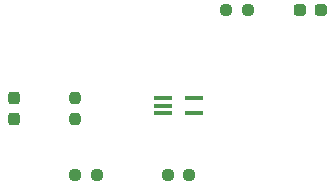
<source format=gtp>
G04 #@! TF.GenerationSoftware,KiCad,Pcbnew,6.0.11+dfsg-1*
G04 #@! TF.CreationDate,2024-04-10T12:01:03+02:00*
G04 #@! TF.ProjectId,Nehari_Chauveliere_aase_dephaseur,4e656861-7269-45f4-9368-617576656c69,rev?*
G04 #@! TF.SameCoordinates,Original*
G04 #@! TF.FileFunction,Paste,Top*
G04 #@! TF.FilePolarity,Positive*
%FSLAX46Y46*%
G04 Gerber Fmt 4.6, Leading zero omitted, Abs format (unit mm)*
G04 Created by KiCad (PCBNEW 6.0.11+dfsg-1) date 2024-04-10 12:01:03*
%MOMM*%
%LPD*%
G01*
G04 APERTURE LIST*
G04 Aperture macros list*
%AMRoundRect*
0 Rectangle with rounded corners*
0 $1 Rounding radius*
0 $2 $3 $4 $5 $6 $7 $8 $9 X,Y pos of 4 corners*
0 Add a 4 corners polygon primitive as box body*
4,1,4,$2,$3,$4,$5,$6,$7,$8,$9,$2,$3,0*
0 Add four circle primitives for the rounded corners*
1,1,$1+$1,$2,$3*
1,1,$1+$1,$4,$5*
1,1,$1+$1,$6,$7*
1,1,$1+$1,$8,$9*
0 Add four rect primitives between the rounded corners*
20,1,$1+$1,$2,$3,$4,$5,0*
20,1,$1+$1,$4,$5,$6,$7,0*
20,1,$1+$1,$6,$7,$8,$9,0*
20,1,$1+$1,$8,$9,$2,$3,0*%
G04 Aperture macros list end*
%ADD10RoundRect,0.237500X-0.250000X-0.237500X0.250000X-0.237500X0.250000X0.237500X-0.250000X0.237500X0*%
%ADD11RoundRect,0.237500X0.287500X0.237500X-0.287500X0.237500X-0.287500X-0.237500X0.287500X-0.237500X0*%
%ADD12R,1.500000X0.400000*%
%ADD13RoundRect,0.237500X0.237500X-0.250000X0.237500X0.250000X-0.237500X0.250000X-0.237500X-0.250000X0*%
%ADD14RoundRect,0.237500X-0.237500X0.300000X-0.237500X-0.300000X0.237500X-0.300000X0.237500X0.300000X0*%
G04 APERTURE END LIST*
D10*
X143082000Y-72136000D03*
X144907000Y-72136000D03*
D11*
X151116000Y-72136000D03*
X149366000Y-72136000D03*
D12*
X137736090Y-79593737D03*
X137736090Y-80243737D03*
X137736090Y-80893737D03*
X140396090Y-80893737D03*
X140396090Y-79593737D03*
D10*
X138129000Y-86106000D03*
X139954000Y-86106000D03*
X130302000Y-86106000D03*
X132127000Y-86106000D03*
D13*
X130302000Y-81407000D03*
X130302000Y-79582000D03*
D14*
X125095000Y-79629000D03*
X125095000Y-81354000D03*
M02*

</source>
